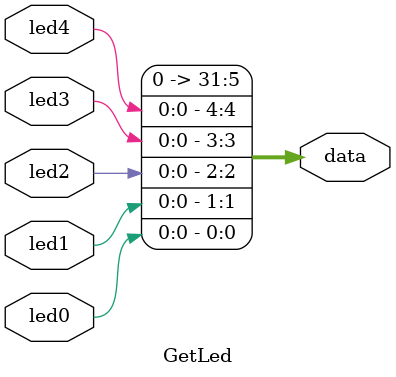
<source format=v>
module GetLed(led0,led1,led2,led3,led4,data);
	input led0,led1,led2,led3,led4;
	output [31:0] data;
	reg [31:0] data;
	initial begin data<=0;end
	always@(*)
	begin
		data[0]<=led0;
		data[1]<=led1;
		data[2]<=led2;
		data[3]<=led3;
		data[4]<=led4;
	end
endmodule
</source>
